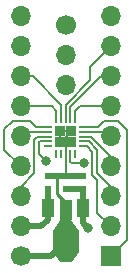
<source format=gtl>
%TF.GenerationSoftware,KiCad,Pcbnew,(5.1.7)-1*%
%TF.CreationDate,2022-11-29T10:47:03+01:00*%
%TF.ProjectId,M190B,4d313930-422e-46b6-9963-61645f706362,rev?*%
%TF.SameCoordinates,Original*%
%TF.FileFunction,Copper,L1,Top*%
%TF.FilePolarity,Positive*%
%FSLAX46Y46*%
G04 Gerber Fmt 4.6, Leading zero omitted, Abs format (unit mm)*
G04 Created by KiCad (PCBNEW (5.1.7)-1) date 2022-11-29 10:47:03*
%MOMM*%
%LPD*%
G01*
G04 APERTURE LIST*
%TA.AperFunction,ComponentPad*%
%ADD10C,1.700000*%
%TD*%
%TA.AperFunction,ComponentPad*%
%ADD11O,1.700000X1.700000*%
%TD*%
%TA.AperFunction,ComponentPad*%
%ADD12R,1.700000X1.700000*%
%TD*%
%TA.AperFunction,SMDPad,CuDef*%
%ADD13C,0.100000*%
%TD*%
%TA.AperFunction,SMDPad,CuDef*%
%ADD14R,1.000000X1.500000*%
%TD*%
%TA.AperFunction,SMDPad,CuDef*%
%ADD15R,1.000000X1.800000*%
%TD*%
%TA.AperFunction,SMDPad,CuDef*%
%ADD16R,2.200000X1.840000*%
%TD*%
%TA.AperFunction,SMDPad,CuDef*%
%ADD17O,0.200000X0.750000*%
%TD*%
%TA.AperFunction,SMDPad,CuDef*%
%ADD18O,0.750000X0.200000*%
%TD*%
%TA.AperFunction,SMDPad,CuDef*%
%ADD19R,0.925000X0.925000*%
%TD*%
%TA.AperFunction,SMDPad,CuDef*%
%ADD20R,0.500000X0.600000*%
%TD*%
%TA.AperFunction,ViaPad*%
%ADD21C,0.800000*%
%TD*%
%TA.AperFunction,Conductor*%
%ADD22C,0.500000*%
%TD*%
%TA.AperFunction,Conductor*%
%ADD23C,0.200000*%
%TD*%
%TA.AperFunction,Conductor*%
%ADD24C,0.250000*%
%TD*%
G04 APERTURE END LIST*
D10*
%TO.P,J4,1*%
%TO.N,GND*%
X107950000Y-115000000D03*
D11*
%TO.P,J4,2*%
%TO.N,UPDI*%
X107950000Y-117540000D03*
%TO.P,J4,3*%
%TO.N,+5V*%
X107950000Y-120080000D03*
%TD*%
D12*
%TO.P,J5,1*%
%TO.N,IC3101_P1*%
X111760000Y-134600000D03*
D11*
%TO.P,J5,2*%
%TO.N,IC3101_P2*%
X111760000Y-132060000D03*
%TO.P,J5,3*%
%TO.N,IC3101_P3*%
X111760000Y-129520000D03*
%TO.P,J5,4*%
%TO.N,IC3101_P4*%
X111760000Y-126980000D03*
%TO.P,J5,5*%
%TO.N,IC3101_P5*%
X111760000Y-124440000D03*
%TO.P,J5,6*%
%TO.N,IC3101_P6*%
X111760000Y-121900000D03*
%TO.P,J5,7*%
%TO.N,IC3101_P7*%
X111760000Y-119360000D03*
%TO.P,J5,8*%
%TO.N,IC3101_P8*%
X111760000Y-116820000D03*
%TO.P,J5,9*%
%TO.N,Net-(J5-Pad9)*%
X111760000Y-114280000D03*
%TD*%
D10*
%TO.P,J3,1*%
%TO.N,GND*%
X104140000Y-134600000D03*
D11*
%TO.P,J3,2*%
%TO.N,+12V*%
X104140000Y-132060000D03*
%TO.P,J3,3*%
%TO.N,IC3101_P16*%
X104140000Y-129520000D03*
%TO.P,J3,4*%
%TO.N,IC3101_P15*%
X104140000Y-126980000D03*
%TO.P,J3,5*%
%TO.N,IC3101_P14*%
X104140000Y-124440000D03*
%TO.P,J3,6*%
%TO.N,IC3101_P13*%
X104140000Y-121900000D03*
%TO.P,J3,7*%
%TO.N,IC3101_P12*%
X104140000Y-119360000D03*
%TO.P,J3,8*%
%TO.N,Net-(J3-Pad8)*%
X104140000Y-116820000D03*
%TO.P,J3,9*%
%TO.N,Net-(J3-Pad9)*%
X104140000Y-114280000D03*
%TD*%
%TA.AperFunction,SMDPad,CuDef*%
D13*
%TO.P,U101,2*%
%TO.N,GND*%
G36*
X109050000Y-134242000D02*
G01*
X108450000Y-135092000D01*
X107450000Y-135092000D01*
X106850000Y-134242000D01*
X109050000Y-134242000D01*
G37*
%TD.AperFunction*%
D14*
%TO.P,U101,1*%
%TO.N,+5V*%
X109450000Y-130520000D03*
D15*
%TO.P,U101,2*%
%TO.N,GND*%
X107950000Y-130666500D03*
D14*
%TO.P,U101,3*%
%TO.N,+12V*%
X106450000Y-130520000D03*
D16*
%TO.P,U101,2*%
%TO.N,GND*%
X107950000Y-133333500D03*
%TA.AperFunction,SMDPad,CuDef*%
D13*
G36*
X106850000Y-132423800D02*
G01*
X107550000Y-131423800D01*
X108350000Y-131423800D01*
X109050000Y-132423800D01*
X106850000Y-132423800D01*
G37*
%TD.AperFunction*%
%TD*%
D17*
%TO.P,U1,1*%
%TO.N,Net-(U1-Pad1)*%
X107150000Y-125950000D03*
%TO.P,U1,2*%
%TO.N,Net-(U1-Pad2)*%
X107550000Y-125950000D03*
%TO.P,U1,3*%
%TO.N,GND*%
X107950000Y-125950000D03*
%TO.P,U1,4*%
%TO.N,+5V*%
X108350000Y-125950000D03*
%TO.P,U1,5*%
%TO.N,Net-(U1-Pad5)*%
X108750000Y-125950000D03*
D18*
%TO.P,U1,6*%
%TO.N,IC3101_P2*%
X109450000Y-125250000D03*
%TO.P,U1,7*%
%TO.N,IC3101_P3*%
X109450000Y-124850000D03*
%TO.P,U1,8*%
%TO.N,IC3101_P4*%
X109450000Y-124450000D03*
%TO.P,U1,9*%
%TO.N,IC3101_P5*%
X109450000Y-124050000D03*
%TO.P,U1,10*%
%TO.N,IC3101_P1*%
X109450000Y-123650000D03*
D17*
%TO.P,U1,11*%
%TO.N,IC3101_P6*%
X108750000Y-122950000D03*
%TO.P,U1,12*%
%TO.N,IC3101_P7*%
X108350000Y-122950000D03*
%TO.P,U1,13*%
%TO.N,IC3101_P8*%
X107950000Y-122950000D03*
%TO.P,U1,14*%
%TO.N,IC3101_P12*%
X107550000Y-122950000D03*
%TO.P,U1,15*%
%TO.N,IC3101_P13*%
X107150000Y-122950000D03*
D18*
%TO.P,U1,16*%
%TO.N,IC3101_P15*%
X106450000Y-123650000D03*
%TO.P,U1,17*%
%TO.N,IC3101_P14*%
X106450000Y-124050000D03*
%TO.P,U1,18*%
%TO.N,IC3101_P16*%
X106450000Y-124450000D03*
%TO.P,U1,19*%
%TO.N,UPDI*%
X106450000Y-124850000D03*
%TO.P,U1,20*%
%TO.N,Net-(U1-Pad20)*%
X106450000Y-125250000D03*
D19*
%TO.P,U1,21*%
%TO.N,GND*%
X108412500Y-123987500D03*
X107487500Y-123987500D03*
X108412500Y-124912500D03*
X107487500Y-124912500D03*
%TD*%
D20*
%TO.P,C103,1*%
%TO.N,+5V*%
X107950000Y-128850000D03*
%TO.P,C103,2*%
%TO.N,GND*%
X107950000Y-127750000D03*
%TD*%
%TO.P,C102,1*%
%TO.N,+5V*%
X109450000Y-128850000D03*
%TO.P,C102,2*%
%TO.N,GND*%
X109450000Y-127750000D03*
%TD*%
%TO.P,C101,1*%
%TO.N,+12V*%
X106450000Y-128850000D03*
%TO.P,C101,2*%
%TO.N,GND*%
X106450000Y-127750000D03*
%TD*%
D21*
%TO.N,+5V*%
X109500000Y-126700000D03*
X109800000Y-132150000D03*
%TO.N,UPDI*%
X106300000Y-126550000D03*
%TD*%
D22*
%TO.N,+5V*%
X107950000Y-128850000D02*
X109450000Y-128850000D01*
X109450000Y-128850000D02*
X109450000Y-130520000D01*
D23*
X108350000Y-125950000D02*
X108350000Y-126600000D01*
X108450000Y-126700000D02*
X109500000Y-126700000D01*
X108350000Y-126600000D02*
X108450000Y-126700000D01*
D22*
X109450000Y-131800000D02*
X109800000Y-132150000D01*
X109450000Y-130520000D02*
X109450000Y-131800000D01*
D23*
%TO.N,IC3101_P1*%
X113150000Y-133210000D02*
X111760000Y-134600000D01*
X113150000Y-123900000D02*
X113150000Y-133210000D01*
X112400000Y-123150000D02*
X113150000Y-123900000D01*
X110650000Y-123650000D02*
X111150000Y-123150000D01*
X111150000Y-123150000D02*
X112400000Y-123150000D01*
X109450000Y-123650000D02*
X110650000Y-123650000D01*
%TO.N,IC3101_P2*%
X110600000Y-130900000D02*
X111760000Y-132060000D01*
X110209991Y-127697691D02*
X110209991Y-127209991D01*
X110600000Y-128087700D02*
X110209991Y-127697691D01*
X110600000Y-128087700D02*
X110209989Y-127697690D01*
X110600000Y-128087700D02*
X110600000Y-128400000D01*
X110600000Y-128400000D02*
X110600000Y-130900000D01*
X110209989Y-127697690D02*
X110209989Y-125723388D01*
X109736601Y-125250000D02*
X109450000Y-125250000D01*
X110209989Y-125723388D02*
X109736601Y-125250000D01*
%TO.N,IC3101_P3*%
X110609999Y-127532001D02*
X111760000Y-128682002D01*
X110609999Y-125557699D02*
X110609999Y-127532001D01*
X111760000Y-128682002D02*
X111760000Y-129520000D01*
X109902299Y-124850000D02*
X110609999Y-125557699D01*
X109450000Y-124850000D02*
X109902299Y-124850000D01*
%TO.N,IC3101_P4*%
X111760000Y-126142002D02*
X111760000Y-126980000D01*
X110067998Y-124450000D02*
X111760000Y-126142002D01*
X109450000Y-124450000D02*
X110067998Y-124450000D01*
%TO.N,IC3101_P5*%
X111370000Y-124050000D02*
X111760000Y-124440000D01*
X109450000Y-124050000D02*
X111370000Y-124050000D01*
%TO.N,IC3101_P6*%
X108750000Y-122950000D02*
X108750000Y-122300000D01*
X109150000Y-121900000D02*
X111760000Y-121900000D01*
X108750000Y-122300000D02*
X109150000Y-121900000D01*
%TO.N,IC3101_P7*%
X111760000Y-119360000D02*
X110940000Y-119360000D01*
X110940000Y-119360000D02*
X108350000Y-121950000D01*
X108350000Y-122950000D02*
X108350000Y-121950000D01*
%TO.N,IC3101_P8*%
X110000000Y-118580000D02*
X111760000Y-116820000D01*
X110000000Y-119700000D02*
X110000000Y-118580000D01*
X107950000Y-121750000D02*
X110000000Y-119700000D01*
X107950000Y-122950000D02*
X107950000Y-121750000D01*
%TO.N,IC3101_P16*%
X105540001Y-124450000D02*
X106450000Y-124450000D01*
X105290001Y-124700000D02*
X105540001Y-124450000D01*
X105290001Y-127532001D02*
X105290001Y-124700000D01*
X104140000Y-128682002D02*
X105290001Y-127532001D01*
X104140000Y-129520000D02*
X104140000Y-128682002D01*
%TO.N,IC3101_P15*%
X106450000Y-123650000D02*
X105450000Y-123650000D01*
X105450000Y-123650000D02*
X104950000Y-123150000D01*
X104950000Y-123150000D02*
X103450000Y-123150000D01*
X103450000Y-123150000D02*
X102750000Y-123850000D01*
X102750000Y-125590000D02*
X104140000Y-126980000D01*
X102750000Y-123850000D02*
X102750000Y-125590000D01*
%TO.N,IC3101_P14*%
X104530000Y-124050000D02*
X104140000Y-124440000D01*
X106450000Y-124050000D02*
X104530000Y-124050000D01*
%TO.N,IC3101_P13*%
X107150000Y-122950000D02*
X107150000Y-122250000D01*
X106800000Y-121900000D02*
X104140000Y-121900000D01*
X107150000Y-122250000D02*
X106800000Y-121900000D01*
%TO.N,IC3101_P12*%
X105160000Y-119360000D02*
X104140000Y-119360000D01*
X107550000Y-121750000D02*
X105160000Y-119360000D01*
X107550000Y-122950000D02*
X107550000Y-121750000D01*
D22*
%TO.N,GND*%
X106683500Y-134600000D02*
X107950000Y-133333500D01*
X104140000Y-134600000D02*
X106683500Y-134600000D01*
X107950000Y-134667000D02*
X107950000Y-130666500D01*
D23*
X107950000Y-125950000D02*
X107950000Y-127750000D01*
X107950000Y-124450000D02*
X108412500Y-123987500D01*
X107950000Y-125950000D02*
X107950000Y-124450000D01*
X108412500Y-124912500D02*
X107487500Y-124912500D01*
X107487500Y-123987500D02*
X107487500Y-124912500D01*
X107487500Y-123987500D02*
X108412500Y-123987500D01*
D22*
X106450000Y-127750000D02*
X107300000Y-127750000D01*
X107300000Y-127750000D02*
X109450000Y-127750000D01*
D24*
X107200000Y-127850000D02*
X107300000Y-127750000D01*
X107200000Y-129300000D02*
X107200000Y-127850000D01*
X107950000Y-130050000D02*
X107200000Y-129300000D01*
X107950000Y-130666500D02*
X107950000Y-130050000D01*
D22*
%TO.N,+12V*%
X106450000Y-128850000D02*
X106450000Y-130520000D01*
X104140000Y-132060000D02*
X105890000Y-132060000D01*
X106450000Y-131500000D02*
X106450000Y-130520000D01*
X105890000Y-132060000D02*
X106450000Y-131500000D01*
D23*
%TO.N,UPDI*%
X105750000Y-124850000D02*
X105690011Y-124909989D01*
X106450000Y-124850000D02*
X105750000Y-124850000D01*
X105690011Y-125940011D02*
X106300000Y-126550000D01*
X105690011Y-124909989D02*
X105690011Y-125940011D01*
%TD*%
M02*

</source>
